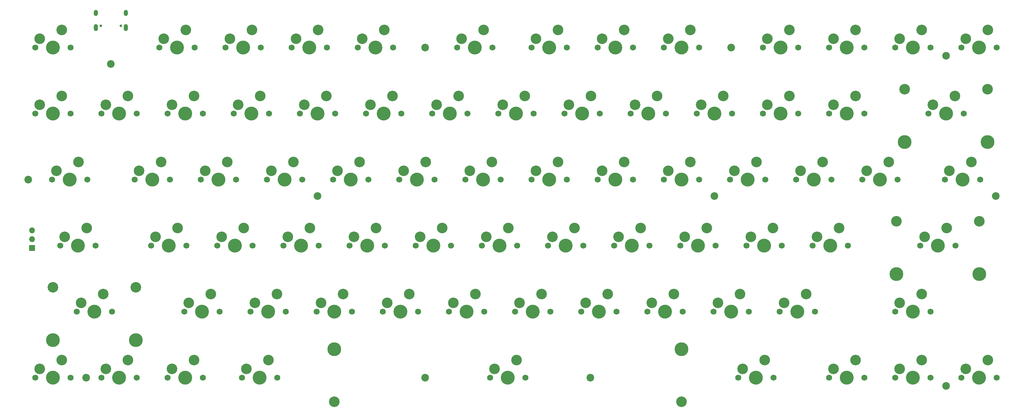
<source format=gts>
G04 #@! TF.GenerationSoftware,KiCad,Pcbnew,(6.0.1-0)*
G04 #@! TF.CreationDate,2022-06-29T12:55:12+09:00*
G04 #@! TF.ProjectId,key-ripper,6b65792d-7269-4707-9065-722e6b696361,rev?*
G04 #@! TF.SameCoordinates,Original*
G04 #@! TF.FileFunction,Soldermask,Top*
G04 #@! TF.FilePolarity,Negative*
%FSLAX46Y46*%
G04 Gerber Fmt 4.6, Leading zero omitted, Abs format (unit mm)*
G04 Created by KiCad (PCBNEW (6.0.1-0)) date 2022-06-29 12:55:12*
%MOMM*%
%LPD*%
G01*
G04 APERTURE LIST*
%ADD10C,1.750000*%
%ADD11C,3.050000*%
%ADD12C,4.000000*%
%ADD13C,2.200000*%
%ADD14C,3.048000*%
%ADD15C,3.987800*%
%ADD16R,1.700000X1.700000*%
%ADD17O,1.700000X1.700000*%
%ADD18C,0.750013*%
%ADD19O,1.200000X1.800000*%
%ADD20O,1.200000X2.000000*%
G04 APERTURE END LIST*
D10*
X42545000Y-123825000D03*
D11*
X50165000Y-118745000D03*
X43815000Y-121285000D03*
D10*
X52705000Y-123825000D03*
D12*
X47625000Y-123825000D03*
D10*
X164623750Y-123825000D03*
D12*
X159543750Y-123825000D03*
D11*
X155733750Y-121285000D03*
X162083750Y-118745000D03*
D10*
X154463750Y-123825000D03*
X128905000Y-47625000D03*
D11*
X126365000Y-42545000D03*
D12*
X123825000Y-47625000D03*
D10*
X118745000Y-47625000D03*
D11*
X120015000Y-45085000D03*
D12*
X166687500Y-104775000D03*
D10*
X161607500Y-104775000D03*
D11*
X162877500Y-102235000D03*
D10*
X171767500Y-104775000D03*
D11*
X169227500Y-99695000D03*
D10*
X252095000Y-123825000D03*
D12*
X257175000Y-123825000D03*
D10*
X262255000Y-123825000D03*
D11*
X259715000Y-118745000D03*
X253365000Y-121285000D03*
D13*
X45243750Y-33337500D03*
D12*
X102393750Y-28575000D03*
D10*
X97313750Y-28575000D03*
D11*
X98583750Y-26035000D03*
D10*
X107473750Y-28575000D03*
D11*
X104933750Y-23495000D03*
D14*
X52419250Y-97790000D03*
D15*
X28543250Y-113000000D03*
D14*
X28543250Y-97790000D03*
D15*
X52419250Y-113000000D03*
D11*
X69215000Y-42545000D03*
D10*
X61595000Y-47625000D03*
D12*
X66675000Y-47625000D03*
D10*
X71755000Y-47625000D03*
D11*
X62865000Y-45085000D03*
D14*
X271430750Y-78740000D03*
D15*
X271430750Y-93950000D03*
X295306750Y-93950000D03*
D14*
X295306750Y-78740000D03*
D11*
X278765000Y-118745000D03*
D10*
X271145000Y-123825000D03*
X281305000Y-123825000D03*
D11*
X272415000Y-121285000D03*
D12*
X276225000Y-123825000D03*
D10*
X155098750Y-28575000D03*
D12*
X150018750Y-28575000D03*
D11*
X146208750Y-26035000D03*
D10*
X144938750Y-28575000D03*
D11*
X152558750Y-23495000D03*
D13*
X21431250Y-66675000D03*
D10*
X218757500Y-104775000D03*
D12*
X223837500Y-104775000D03*
D11*
X226377500Y-99695000D03*
X220027500Y-102235000D03*
D10*
X228917500Y-104775000D03*
X119380000Y-66675000D03*
X109220000Y-66675000D03*
D11*
X116840000Y-61595000D03*
X110490000Y-64135000D03*
D12*
X114300000Y-66675000D03*
X242887500Y-104775000D03*
D11*
X239077500Y-102235000D03*
D10*
X247967500Y-104775000D03*
D11*
X245427500Y-99695000D03*
D10*
X237807500Y-104775000D03*
X100330000Y-66675000D03*
D12*
X95250000Y-66675000D03*
D11*
X97790000Y-61595000D03*
X91440000Y-64135000D03*
D10*
X90170000Y-66675000D03*
X30638750Y-85725000D03*
D11*
X38258750Y-80645000D03*
D12*
X35718750Y-85725000D03*
D10*
X40798750Y-85725000D03*
D11*
X31908750Y-83185000D03*
D12*
X285750000Y-47625000D03*
D11*
X281940000Y-45085000D03*
D10*
X280670000Y-47625000D03*
X290830000Y-47625000D03*
D11*
X288290000Y-42545000D03*
D13*
X38100000Y-123825000D03*
D11*
X148590000Y-64135000D03*
D10*
X147320000Y-66675000D03*
D11*
X154940000Y-61595000D03*
D12*
X152400000Y-66675000D03*
D10*
X157480000Y-66675000D03*
X261620000Y-66675000D03*
X271780000Y-66675000D03*
D11*
X269240000Y-61595000D03*
D12*
X266700000Y-66675000D03*
D11*
X262890000Y-64135000D03*
D10*
X99695000Y-47625000D03*
D11*
X107315000Y-42545000D03*
X100965000Y-45085000D03*
D12*
X104775000Y-47625000D03*
D10*
X109855000Y-47625000D03*
X23495000Y-47625000D03*
D12*
X28575000Y-47625000D03*
D10*
X33655000Y-47625000D03*
D11*
X31115000Y-42545000D03*
X24765000Y-45085000D03*
X112077500Y-99695000D03*
D10*
X114617500Y-104775000D03*
X104457500Y-104775000D03*
D12*
X109537500Y-104775000D03*
D11*
X105727500Y-102235000D03*
X253365000Y-26035000D03*
D12*
X257175000Y-28575000D03*
D10*
X252095000Y-28575000D03*
X262255000Y-28575000D03*
D11*
X259715000Y-23495000D03*
D10*
X38417500Y-66675000D03*
X28257500Y-66675000D03*
D11*
X29527500Y-64135000D03*
X35877500Y-61595000D03*
D12*
X33337500Y-66675000D03*
D13*
X219075000Y-71437500D03*
D11*
X207327500Y-99695000D03*
D10*
X199707500Y-104775000D03*
X209867500Y-104775000D03*
D12*
X204787500Y-104775000D03*
D11*
X200977500Y-102235000D03*
D15*
X209543750Y-115600000D03*
X109543750Y-115600000D03*
D14*
X109543750Y-130810000D03*
X209543750Y-130810000D03*
D13*
X135731250Y-123825000D03*
X223837500Y-28575000D03*
D11*
X233521250Y-118745000D03*
D12*
X230981250Y-123825000D03*
D11*
X227171250Y-121285000D03*
D10*
X225901250Y-123825000D03*
X236061250Y-123825000D03*
X69373750Y-28575000D03*
D11*
X60483750Y-26035000D03*
D10*
X59213750Y-28575000D03*
D12*
X64293750Y-28575000D03*
D11*
X66833750Y-23495000D03*
D10*
X228282500Y-85725000D03*
D12*
X233362500Y-85725000D03*
D11*
X229552500Y-83185000D03*
X235902500Y-80645000D03*
D10*
X238442500Y-85725000D03*
D11*
X250190000Y-61595000D03*
D10*
X252730000Y-66675000D03*
X242570000Y-66675000D03*
D11*
X243840000Y-64135000D03*
D12*
X247650000Y-66675000D03*
D10*
X52070000Y-66675000D03*
D11*
X59690000Y-61595000D03*
X53340000Y-64135000D03*
D12*
X57150000Y-66675000D03*
D10*
X62230000Y-66675000D03*
X243205000Y-47625000D03*
D12*
X238125000Y-47625000D03*
D11*
X234315000Y-45085000D03*
D10*
X233045000Y-47625000D03*
D11*
X240665000Y-42545000D03*
X79533750Y-26035000D03*
D10*
X88423750Y-28575000D03*
D11*
X85883750Y-23495000D03*
D12*
X83343750Y-28575000D03*
D10*
X78263750Y-28575000D03*
D13*
X104775000Y-71437500D03*
D10*
X290195000Y-28575000D03*
D12*
X295275000Y-28575000D03*
D10*
X300355000Y-28575000D03*
D11*
X291465000Y-26035000D03*
X297815000Y-23495000D03*
D13*
X135731250Y-28575000D03*
D10*
X181292500Y-85725000D03*
D11*
X172402500Y-83185000D03*
D10*
X171132500Y-85725000D03*
D11*
X178752500Y-80645000D03*
D12*
X176212500Y-85725000D03*
D11*
X43815000Y-45085000D03*
D12*
X47625000Y-47625000D03*
D11*
X50165000Y-42545000D03*
D10*
X42545000Y-47625000D03*
X52705000Y-47625000D03*
X271145000Y-28575000D03*
D11*
X278765000Y-23495000D03*
D12*
X276225000Y-28575000D03*
D11*
X272415000Y-26035000D03*
D10*
X281305000Y-28575000D03*
D11*
X24765000Y-121285000D03*
D10*
X33655000Y-123825000D03*
D12*
X28575000Y-123825000D03*
D11*
X31115000Y-118745000D03*
D10*
X23495000Y-123825000D03*
X85407500Y-104775000D03*
X95567500Y-104775000D03*
D11*
X86677500Y-102235000D03*
X93027500Y-99695000D03*
D12*
X90487500Y-104775000D03*
D11*
X186690000Y-26035000D03*
D10*
X195580000Y-28575000D03*
D11*
X193040000Y-23495000D03*
D10*
X185420000Y-28575000D03*
D12*
X190500000Y-28575000D03*
D10*
X126523750Y-28575000D03*
D11*
X123983750Y-23495000D03*
D12*
X121443750Y-28575000D03*
D10*
X116363750Y-28575000D03*
D11*
X117633750Y-26035000D03*
X293052500Y-61595000D03*
X286702500Y-64135000D03*
D10*
X285432500Y-66675000D03*
X295592500Y-66675000D03*
D12*
X290512500Y-66675000D03*
X219075000Y-47625000D03*
D11*
X215265000Y-45085000D03*
D10*
X224155000Y-47625000D03*
D11*
X221615000Y-42545000D03*
D10*
X213995000Y-47625000D03*
X33655000Y-28575000D03*
D11*
X24765000Y-26035000D03*
D12*
X28575000Y-28575000D03*
D11*
X31115000Y-23495000D03*
D10*
X23495000Y-28575000D03*
D12*
X66675000Y-123825000D03*
D11*
X69215000Y-118745000D03*
X62865000Y-121285000D03*
D10*
X61595000Y-123825000D03*
X71755000Y-123825000D03*
X204470000Y-28575000D03*
D11*
X205740000Y-26035000D03*
D10*
X214630000Y-28575000D03*
D11*
X212090000Y-23495000D03*
D12*
X209550000Y-28575000D03*
D10*
X288448750Y-85725000D03*
D11*
X279558750Y-83185000D03*
X285908750Y-80645000D03*
D10*
X278288750Y-85725000D03*
D12*
X283368750Y-85725000D03*
D13*
X285750000Y-126206250D03*
D15*
X273812000Y-55850000D03*
X297688000Y-55850000D03*
D14*
X273812000Y-40640000D03*
X297688000Y-40640000D03*
D10*
X133032500Y-85725000D03*
D11*
X140652500Y-80645000D03*
D12*
X138112500Y-85725000D03*
D11*
X134302500Y-83185000D03*
D10*
X143192500Y-85725000D03*
D12*
X214312500Y-85725000D03*
D10*
X219392500Y-85725000D03*
D11*
X216852500Y-80645000D03*
D10*
X209232500Y-85725000D03*
D11*
X210502500Y-83185000D03*
D10*
X76517500Y-104775000D03*
D11*
X67627500Y-102235000D03*
D12*
X71437500Y-104775000D03*
D10*
X66357500Y-104775000D03*
D11*
X73977500Y-99695000D03*
D10*
X290195000Y-123825000D03*
D11*
X297815000Y-118745000D03*
D12*
X295275000Y-123825000D03*
D11*
X291465000Y-121285000D03*
D10*
X300355000Y-123825000D03*
D12*
X257175000Y-47625000D03*
D11*
X253365000Y-45085000D03*
D10*
X262255000Y-47625000D03*
X252095000Y-47625000D03*
D11*
X259715000Y-42545000D03*
X177165000Y-45085000D03*
D10*
X175895000Y-47625000D03*
D11*
X183515000Y-42545000D03*
D10*
X186055000Y-47625000D03*
D12*
X180975000Y-47625000D03*
D11*
X78740000Y-61595000D03*
D10*
X81280000Y-66675000D03*
D11*
X72390000Y-64135000D03*
D10*
X71120000Y-66675000D03*
D12*
X76200000Y-66675000D03*
D11*
X173990000Y-61595000D03*
D10*
X166370000Y-66675000D03*
D12*
X171450000Y-66675000D03*
D11*
X167640000Y-64135000D03*
D10*
X176530000Y-66675000D03*
D11*
X131127500Y-99695000D03*
D12*
X128587500Y-104775000D03*
D11*
X124777500Y-102235000D03*
D10*
X133667500Y-104775000D03*
X123507500Y-104775000D03*
D12*
X61912500Y-85725000D03*
D11*
X64452500Y-80645000D03*
D10*
X56832500Y-85725000D03*
X66992500Y-85725000D03*
D11*
X58102500Y-83185000D03*
D13*
X183356250Y-123825000D03*
D12*
X209550000Y-66675000D03*
D10*
X214630000Y-66675000D03*
X204470000Y-66675000D03*
D11*
X212090000Y-61595000D03*
X205740000Y-64135000D03*
D12*
X195262500Y-85725000D03*
D10*
X190182500Y-85725000D03*
D11*
X191452500Y-83185000D03*
X197802500Y-80645000D03*
D10*
X200342500Y-85725000D03*
D11*
X115252500Y-83185000D03*
D10*
X124142500Y-85725000D03*
D11*
X121602500Y-80645000D03*
D12*
X119062500Y-85725000D03*
D10*
X113982500Y-85725000D03*
D16*
X22575000Y-86450000D03*
D17*
X22575000Y-83910000D03*
X22575000Y-81370000D03*
D11*
X173990000Y-23495000D03*
D10*
X176530000Y-28575000D03*
D12*
X171450000Y-28575000D03*
D10*
X166370000Y-28575000D03*
D11*
X167640000Y-26035000D03*
X164465000Y-42545000D03*
D12*
X161925000Y-47625000D03*
D10*
X167005000Y-47625000D03*
D11*
X158115000Y-45085000D03*
D10*
X156845000Y-47625000D03*
D11*
X129540000Y-64135000D03*
X135890000Y-61595000D03*
D10*
X138430000Y-66675000D03*
X128270000Y-66675000D03*
D12*
X133350000Y-66675000D03*
D13*
X300037500Y-71437500D03*
D10*
X83026250Y-123825000D03*
D11*
X84296250Y-121285000D03*
D10*
X93186250Y-123825000D03*
D12*
X88106250Y-123825000D03*
D11*
X90646250Y-118745000D03*
D13*
X285750000Y-30956250D03*
D11*
X153352500Y-83185000D03*
D10*
X152082500Y-85725000D03*
D12*
X157162500Y-85725000D03*
D11*
X159702500Y-80645000D03*
D10*
X162242500Y-85725000D03*
D11*
X240665000Y-23495000D03*
D12*
X238125000Y-28575000D03*
D10*
X233045000Y-28575000D03*
D11*
X234315000Y-26035000D03*
D10*
X243205000Y-28575000D03*
X185420000Y-66675000D03*
D11*
X186690000Y-64135000D03*
D12*
X190500000Y-66675000D03*
D10*
X195580000Y-66675000D03*
D11*
X193040000Y-61595000D03*
X145415000Y-42545000D03*
D12*
X142875000Y-47625000D03*
D10*
X137795000Y-47625000D03*
D11*
X139065000Y-45085000D03*
D10*
X147955000Y-47625000D03*
D11*
X181927500Y-102235000D03*
D10*
X180657500Y-104775000D03*
X190817500Y-104775000D03*
D11*
X188277500Y-99695000D03*
D12*
X185737500Y-104775000D03*
D10*
X205105000Y-47625000D03*
X194945000Y-47625000D03*
D11*
X202565000Y-42545000D03*
X196215000Y-45085000D03*
D12*
X200025000Y-47625000D03*
D10*
X281305000Y-104775000D03*
X271145000Y-104775000D03*
D11*
X278765000Y-99695000D03*
D12*
X276225000Y-104775000D03*
D11*
X272415000Y-102235000D03*
X248602500Y-83185000D03*
X254952500Y-80645000D03*
D10*
X247332500Y-85725000D03*
D12*
X252412500Y-85725000D03*
D10*
X257492500Y-85725000D03*
X45561250Y-104775000D03*
X35401250Y-104775000D03*
D12*
X40481250Y-104775000D03*
D11*
X36671250Y-102235000D03*
X43021250Y-99695000D03*
D10*
X90805000Y-47625000D03*
D12*
X85725000Y-47625000D03*
D11*
X88265000Y-42545000D03*
D10*
X80645000Y-47625000D03*
D11*
X81915000Y-45085000D03*
D10*
X233680000Y-66675000D03*
D11*
X231140000Y-61595000D03*
D12*
X228600000Y-66675000D03*
D10*
X223520000Y-66675000D03*
D11*
X224790000Y-64135000D03*
D12*
X100012500Y-85725000D03*
D10*
X105092500Y-85725000D03*
D11*
X96202500Y-83185000D03*
X102552500Y-80645000D03*
D10*
X94932500Y-85725000D03*
D11*
X83502500Y-80645000D03*
D10*
X86042500Y-85725000D03*
D12*
X80962500Y-85725000D03*
D10*
X75882500Y-85725000D03*
D11*
X77152500Y-83185000D03*
X143827500Y-102235000D03*
D10*
X152717500Y-104775000D03*
D12*
X147637500Y-104775000D03*
D10*
X142557500Y-104775000D03*
D11*
X150177500Y-99695000D03*
D18*
X42342810Y-22309384D03*
X48142658Y-22309384D03*
D19*
X49567855Y-18609612D03*
D20*
X49567855Y-22809511D03*
D19*
X40917613Y-18609612D03*
D20*
X40917613Y-22809511D03*
M02*

</source>
